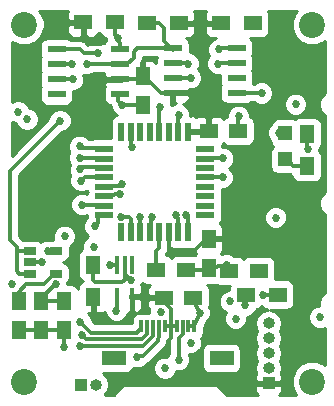
<source format=gtl>
G04 #@! TF.FileFunction,Copper,L1,Top,Signal*
%FSLAX46Y46*%
G04 Gerber Fmt 4.6, Leading zero omitted, Abs format (unit mm)*
G04 Created by KiCad (PCBNEW 4.0.5) date 02/14/18 20:32:28*
%MOMM*%
%LPD*%
G01*
G04 APERTURE LIST*
%ADD10C,0.100000*%
%ADD11R,0.300000X1.000000*%
%ADD12R,2.000000X1.300000*%
%ADD13R,1.500000X1.250000*%
%ADD14R,1.250000X1.500000*%
%ADD15R,1.000000X1.000000*%
%ADD16O,1.000000X1.000000*%
%ADD17R,1.500000X1.300000*%
%ADD18R,1.300000X1.500000*%
%ADD19R,1.060000X0.650000*%
%ADD20R,1.600000X0.550000*%
%ADD21R,0.550000X1.600000*%
%ADD22R,1.550000X0.600000*%
%ADD23R,0.400000X1.500000*%
%ADD24C,2.200000*%
%ADD25R,1.200000X1.200000*%
%ADD26C,0.685800*%
%ADD27C,0.300000*%
%ADD28C,0.152400*%
%ADD29C,0.254000*%
G04 APERTURE END LIST*
D10*
D11*
X115050000Y-81923000D03*
X114550000Y-81923000D03*
X114050000Y-81923000D03*
X113550000Y-81923000D03*
X113050000Y-81923000D03*
X115550000Y-81923000D03*
X116050000Y-81923000D03*
X116550000Y-81923000D03*
X117050000Y-81923000D03*
X117550000Y-81923000D03*
D12*
X110750000Y-84623000D03*
X119850000Y-84623000D03*
D13*
X118765000Y-65405000D03*
X121265000Y-65405000D03*
D14*
X118745000Y-74505500D03*
X118745000Y-77005500D03*
D13*
X114320000Y-77152500D03*
X116820000Y-77152500D03*
X122979500Y-77216000D03*
X120479500Y-77216000D03*
D14*
X102679500Y-82276000D03*
X102679500Y-79776000D03*
X106489500Y-79776000D03*
X106489500Y-82276000D03*
X113157000Y-63226000D03*
X113157000Y-60726000D03*
D13*
X114955000Y-79502000D03*
X117455000Y-79502000D03*
D14*
X104584500Y-79776000D03*
X104584500Y-82276000D03*
D15*
X123825000Y-86741000D03*
D16*
X123825000Y-85471000D03*
X123825000Y-84201000D03*
X123825000Y-82931000D03*
X123825000Y-81661000D03*
D17*
X124603500Y-79248000D03*
X121903500Y-79248000D03*
X116221500Y-56261000D03*
X113521500Y-56261000D03*
X108124000Y-56197500D03*
X110824000Y-56197500D03*
D18*
X108966000Y-79455000D03*
X108966000Y-76755000D03*
D19*
X103611500Y-75567500D03*
X103611500Y-76517500D03*
X103611500Y-77467500D03*
X105811500Y-77467500D03*
X105811500Y-75567500D03*
D20*
X118423000Y-72523000D03*
X118423000Y-71723000D03*
X118423000Y-70923000D03*
X118423000Y-70123000D03*
X118423000Y-69323000D03*
X118423000Y-68523000D03*
X118423000Y-67723000D03*
X118423000Y-66923000D03*
D21*
X116973000Y-65473000D03*
X116173000Y-65473000D03*
X115373000Y-65473000D03*
X114573000Y-65473000D03*
X113773000Y-65473000D03*
X112973000Y-65473000D03*
X112173000Y-65473000D03*
X111373000Y-65473000D03*
D20*
X109923000Y-66923000D03*
X109923000Y-67723000D03*
X109923000Y-68523000D03*
X109923000Y-69323000D03*
X109923000Y-70123000D03*
X109923000Y-70923000D03*
X109923000Y-71723000D03*
X109923000Y-72523000D03*
D21*
X111373000Y-73973000D03*
X112173000Y-73973000D03*
X112973000Y-73973000D03*
X113773000Y-73973000D03*
X114573000Y-73973000D03*
X115373000Y-73973000D03*
X116173000Y-73973000D03*
X116973000Y-73973000D03*
D22*
X105885000Y-58483500D03*
X105885000Y-59753500D03*
X105885000Y-61023500D03*
X105885000Y-62293500D03*
X111285000Y-62293500D03*
X111285000Y-61023500D03*
X111285000Y-59753500D03*
X111285000Y-58483500D03*
X121127500Y-62166500D03*
X121127500Y-60896500D03*
X121127500Y-59626500D03*
X121127500Y-58356500D03*
X115727500Y-58356500D03*
X115727500Y-59626500D03*
X115727500Y-60896500D03*
X115727500Y-62166500D03*
D23*
X112283000Y-76775000D03*
X111633000Y-76775000D03*
X110983000Y-76775000D03*
X110983000Y-79435000D03*
X112283000Y-79435000D03*
D18*
X127063500Y-68342500D03*
X127063500Y-65642500D03*
D17*
X119808000Y-56261000D03*
X122508000Y-56261000D03*
D24*
X103124000Y-86614000D03*
X127508000Y-56388000D03*
X127508000Y-86614000D03*
X103124000Y-56388000D03*
D25*
X125222000Y-65575000D03*
X125222000Y-67775000D03*
D15*
X107950000Y-86868000D03*
D16*
X109220000Y-86868000D03*
D26*
X113919000Y-72644000D03*
X116205000Y-64008000D03*
X121285000Y-64135000D03*
X119507000Y-59690000D03*
X107188000Y-59753500D03*
X127127000Y-66929000D03*
X120269000Y-76708000D03*
X104648000Y-76454000D03*
X110426500Y-76771500D03*
X117983000Y-80772000D03*
X111442500Y-63182500D03*
X119634000Y-58483500D03*
X106489500Y-83693000D03*
X122999500Y-77216000D03*
X121856500Y-80137000D03*
X111315500Y-72644000D03*
X115062000Y-85471000D03*
X106172000Y-64516000D03*
X109093000Y-73469500D03*
X102616000Y-63754000D03*
X108013500Y-71628000D03*
X103378000Y-64389000D03*
X110947200Y-80594200D03*
X112712500Y-84518500D03*
X111252000Y-70739000D03*
X106553000Y-74295000D03*
X107823000Y-83566000D03*
X108013500Y-82677000D03*
X109029500Y-75184000D03*
X107886500Y-68643500D03*
X107950000Y-69596000D03*
X107886500Y-81534000D03*
X112903000Y-72644000D03*
X116205000Y-84772500D03*
X121031000Y-81280000D03*
X123317000Y-79248000D03*
X102108000Y-78359000D03*
X108458000Y-59690000D03*
X107823000Y-66675000D03*
X107823000Y-67691000D03*
X111061500Y-57531000D03*
X117030500Y-59690000D03*
X117221000Y-60896500D03*
X120586500Y-79819500D03*
X112141000Y-78041500D03*
X112268000Y-66738500D03*
X126111000Y-63119000D03*
X124434600Y-72720200D03*
X119938800Y-69316600D03*
X128143000Y-81153000D03*
X111379000Y-69850000D03*
X107251500Y-61023500D03*
X114630200Y-63322200D03*
X119951500Y-67691000D03*
X124714000Y-65532000D03*
X123240800Y-62179200D03*
X109347000Y-58801000D03*
X122682000Y-56134000D03*
X114681000Y-80708500D03*
X105791000Y-78359000D03*
X105156000Y-75565000D03*
X117246400Y-83312000D03*
X116840000Y-72517000D03*
X115951000Y-72517000D03*
D27*
X118745000Y-74505500D02*
X118534500Y-74505500D01*
X118534500Y-74505500D02*
X117475000Y-75565000D01*
X115373000Y-75495000D02*
X115373000Y-73973000D01*
X115443000Y-75565000D02*
X115373000Y-75495000D01*
X117475000Y-75565000D02*
X115443000Y-75565000D01*
X116973000Y-65473000D02*
X118697000Y-65473000D01*
X118697000Y-65473000D02*
X118765000Y-65405000D01*
X115550000Y-81923000D02*
X115550000Y-82951000D01*
X115550000Y-82951000D02*
X115316000Y-83185000D01*
X114955000Y-79502000D02*
X114955000Y-79903000D01*
X114955000Y-79903000D02*
X115550000Y-80498000D01*
X115550000Y-80498000D02*
X115550000Y-81923000D01*
X108966000Y-79455000D02*
X108919000Y-79455000D01*
X118745000Y-74505500D02*
X119781000Y-74505500D01*
X119781000Y-74505500D02*
X120269000Y-74993500D01*
X115727500Y-62166500D02*
X114744500Y-62166500D01*
X114744500Y-62166500D02*
X113304000Y-60726000D01*
X113304000Y-60726000D02*
X113157000Y-60726000D01*
X111094500Y-61023500D02*
X112669000Y-61023500D01*
X112669000Y-61023500D02*
X112966500Y-60726000D01*
X116050000Y-81923000D02*
X115550000Y-81923000D01*
X115050000Y-81923000D02*
X115550000Y-81923000D01*
X108124000Y-56197500D02*
X108124000Y-57070000D01*
X108458000Y-57404000D02*
X108458000Y-58039000D01*
X108124000Y-57070000D02*
X108458000Y-57404000D01*
X108458000Y-58039000D02*
X108521500Y-58102500D01*
X108458000Y-58039000D02*
X109601000Y-58039000D01*
X113773000Y-73973000D02*
X113900000Y-72663000D01*
X113900000Y-72663000D02*
X113919000Y-72644000D01*
X116173000Y-65473000D02*
X116173000Y-64040000D01*
X116173000Y-64040000D02*
X116205000Y-64008000D01*
X121265000Y-65405000D02*
X121265000Y-64155000D01*
X121265000Y-64155000D02*
X121285000Y-64135000D01*
X121127500Y-59626500D02*
X119570500Y-59626500D01*
X119570500Y-59626500D02*
X119507000Y-59690000D01*
X127063500Y-65642500D02*
X127063500Y-66865500D01*
X127063500Y-66865500D02*
X127127000Y-66929000D01*
X120225500Y-76751500D02*
X120269000Y-76708000D01*
X120225500Y-76751500D02*
X118745000Y-77005500D01*
X103611500Y-76517500D02*
X104584500Y-76517500D01*
X104584500Y-76517500D02*
X104648000Y-76454000D01*
X110983000Y-76775000D02*
X110411500Y-76756500D01*
X110411500Y-76756500D02*
X110426500Y-76771500D01*
X116820000Y-77152500D02*
X118598000Y-77152500D01*
X118598000Y-77152500D02*
X118745000Y-77005500D01*
X117455000Y-79502000D02*
X117899500Y-80688500D01*
X117994500Y-80783500D02*
X117983000Y-80772000D01*
X117994500Y-80783500D02*
X117550000Y-81923000D01*
X117899500Y-80688500D02*
X117983000Y-80772000D01*
X117050000Y-81923000D02*
X117550000Y-81923000D01*
X111094500Y-62293500D02*
X111094500Y-62834500D01*
X111486000Y-63226000D02*
X111442500Y-63182500D01*
X111486000Y-63226000D02*
X112966500Y-63226000D01*
X111094500Y-62834500D02*
X111442500Y-63182500D01*
X105694500Y-59753500D02*
X107188000Y-59753500D01*
X121127500Y-58356500D02*
X119761000Y-58356500D01*
X119761000Y-58356500D02*
X119634000Y-58483500D01*
X102679500Y-82276000D02*
X104584500Y-82276000D01*
X104584500Y-82276000D02*
X106489500Y-82276000D01*
X106489500Y-82276000D02*
X106489500Y-83693000D01*
X114573000Y-73973000D02*
X114573000Y-75292000D01*
X114320000Y-75545000D02*
X114320000Y-77152500D01*
X114573000Y-75292000D02*
X114320000Y-75545000D01*
X114065000Y-76897500D02*
X114320000Y-77152500D01*
X112173000Y-73973000D02*
X112173000Y-72803000D01*
X112014000Y-72644000D02*
X111315500Y-72644000D01*
X112173000Y-72803000D02*
X112014000Y-72644000D01*
X122999500Y-77216000D02*
X122979500Y-77216000D01*
X121903500Y-79248000D02*
X121903500Y-80090000D01*
X121903500Y-80090000D02*
X121856500Y-80137000D01*
X105811500Y-77467500D02*
X105666500Y-77467500D01*
X105666500Y-77467500D02*
X104775000Y-78359000D01*
X104775000Y-78359000D02*
X103314500Y-78359000D01*
X103314500Y-78359000D02*
X102679500Y-78994000D01*
X102679500Y-78994000D02*
X102679500Y-79776000D01*
X101917500Y-74612500D02*
X102489000Y-75184000D01*
X102489000Y-75184000D02*
X102489000Y-75755500D01*
X101917500Y-68770500D02*
X101917500Y-74612500D01*
X106172000Y-64516000D02*
X101917500Y-68770500D01*
X103611500Y-75567500D02*
X102677000Y-75567500D01*
X102677000Y-77467500D02*
X103611500Y-77467500D01*
X102489000Y-77279500D02*
X102677000Y-77467500D01*
X102489000Y-75755500D02*
X102489000Y-77279500D01*
X102677000Y-75567500D02*
X102489000Y-75755500D01*
X109415000Y-73147500D02*
X109093000Y-73469500D01*
X109415000Y-72459500D02*
X109415000Y-73147500D01*
X108045000Y-71659500D02*
X108013500Y-71628000D01*
X109415000Y-71659500D02*
X108045000Y-71659500D01*
X114550000Y-82681000D02*
X114427000Y-83185000D01*
X110983000Y-79435000D02*
X110995700Y-80545700D01*
X110947200Y-80594200D02*
X110995700Y-80545700D01*
X114550000Y-82681000D02*
X114550000Y-81923000D01*
X113157000Y-84455000D02*
X112712500Y-84518500D01*
X114427000Y-83185000D02*
X113157000Y-84455000D01*
X114050000Y-81923000D02*
X114050000Y-82736500D01*
X111245500Y-70732500D02*
X109415000Y-70859500D01*
X111252000Y-70739000D02*
X111245500Y-70732500D01*
X113220500Y-83566000D02*
X107823000Y-83566000D01*
X114050000Y-82736500D02*
X113220500Y-83566000D01*
X113550000Y-82588800D02*
X113550000Y-81923000D01*
X108381800Y-83045300D02*
X108013500Y-82677000D01*
X113093500Y-83045300D02*
X108381800Y-83045300D01*
X113550000Y-82588800D02*
X113093500Y-83045300D01*
X108070500Y-68459500D02*
X109415000Y-68459500D01*
X107886500Y-68643500D02*
X108070500Y-68459500D01*
X113050000Y-81923000D02*
X113050000Y-82072800D01*
X113050000Y-82072800D02*
X112649000Y-82473800D01*
X112649000Y-82473800D02*
X108826300Y-82473800D01*
X108286500Y-69259500D02*
X109415000Y-69259500D01*
X108286500Y-69259500D02*
X107950000Y-69596000D01*
X108826300Y-82473800D02*
X107886500Y-81534000D01*
X112973000Y-73973000D02*
X112973000Y-72714000D01*
X116205000Y-82931000D02*
X116205000Y-84772500D01*
X116550000Y-82586000D02*
X116205000Y-82931000D01*
X116550000Y-82586000D02*
X116550000Y-81923000D01*
X112973000Y-72714000D02*
X112903000Y-72644000D01*
X123317000Y-79248000D02*
X124603500Y-79248000D01*
X111031000Y-59690000D02*
X108839000Y-59690000D01*
X108458000Y-59690000D02*
X108839000Y-59690000D01*
X108007500Y-66859500D02*
X107823000Y-66675000D01*
X108007500Y-66859500D02*
X109415000Y-66859500D01*
D28*
X111031000Y-59690000D02*
X111094500Y-59753500D01*
X109415000Y-66859500D02*
X108833000Y-66859500D01*
X110967500Y-59880500D02*
X111094500Y-59753500D01*
X111094500Y-59753500D02*
X111823500Y-59753500D01*
D27*
X111823500Y-59753500D02*
X112395000Y-59182000D01*
X112712500Y-58356500D02*
X115727500Y-58356500D01*
X112395000Y-58674000D02*
X112712500Y-58356500D01*
X112395000Y-59182000D02*
X112395000Y-58674000D01*
D28*
X115727500Y-58356500D02*
X115727500Y-58539400D01*
D27*
X115727500Y-58539400D02*
X114935000Y-57746900D01*
X114935000Y-57746900D02*
X114935000Y-56642000D01*
X114935000Y-56642000D02*
X114554000Y-56261000D01*
X114554000Y-56261000D02*
X113521500Y-56261000D01*
X109415000Y-67659500D02*
X107854500Y-67659500D01*
X107854500Y-67659500D02*
X107823000Y-67691000D01*
X110824000Y-56197500D02*
X110824000Y-57293500D01*
X110824000Y-57293500D02*
X111061500Y-57531000D01*
X110824000Y-56197500D02*
X111188500Y-56197500D01*
X111285000Y-58483500D02*
X111285000Y-57942500D01*
X111285000Y-57942500D02*
X111061500Y-57719000D01*
X111061500Y-57719000D02*
X111061500Y-57531000D01*
X116967000Y-59626500D02*
X115727500Y-59626500D01*
X117030500Y-59690000D02*
X116967000Y-59626500D01*
X115727500Y-60896500D02*
X117221000Y-60896500D01*
X112141000Y-78041500D02*
X111633000Y-77533500D01*
X111633000Y-77533500D02*
X111633000Y-76775000D01*
X108966000Y-76755000D02*
X108966000Y-77978000D01*
X108966000Y-77978000D02*
X109156500Y-78168500D01*
X109156500Y-78168500D02*
X111442500Y-78168500D01*
X111442500Y-78168500D02*
X111633000Y-77978000D01*
X111633000Y-77978000D02*
X111633000Y-76775000D01*
X112173000Y-65473000D02*
X112173000Y-66643500D01*
X112173000Y-66643500D02*
X112268000Y-66738500D01*
X112173000Y-66643500D02*
X112268000Y-66738500D01*
X117915000Y-69259500D02*
X119881700Y-69259500D01*
X119881700Y-69259500D02*
X119938800Y-69316600D01*
X111169500Y-70059500D02*
X109415000Y-70059500D01*
X111169500Y-70059500D02*
X111379000Y-69850000D01*
X114573000Y-65473000D02*
X114573000Y-63379400D01*
X114573000Y-63379400D02*
X114630200Y-63322200D01*
X105885000Y-61023500D02*
X107251500Y-61023500D01*
X114630200Y-63322200D02*
X114579400Y-63373000D01*
X117915000Y-67659500D02*
X119920000Y-67659500D01*
X119920000Y-67659500D02*
X119951500Y-67691000D01*
X124714000Y-65532000D02*
X124734500Y-65511500D01*
D28*
X124734500Y-65511500D02*
X124777500Y-65511500D01*
D27*
X125158500Y-67711500D02*
X125306000Y-67711500D01*
X125306000Y-67711500D02*
X125937000Y-68342500D01*
X125937000Y-68342500D02*
X127063500Y-68342500D01*
X107886500Y-58483500D02*
X108204000Y-58801000D01*
X108204000Y-58801000D02*
X109347000Y-58801000D01*
X105885000Y-58483500D02*
X107886500Y-58483500D01*
X122682000Y-56134000D02*
X122635000Y-56134000D01*
X123228100Y-62166500D02*
X121127500Y-62166500D01*
X123240800Y-62179200D02*
X123228100Y-62166500D01*
X105811500Y-75567500D02*
X105158500Y-75567500D01*
X105791000Y-78359000D02*
X104584500Y-79565500D01*
X105158500Y-75567500D02*
X105156000Y-75565000D01*
X104584500Y-79565500D02*
X104584500Y-79776000D01*
X104584500Y-79776000D02*
X104882000Y-79776000D01*
X104584500Y-79776000D02*
X106489500Y-79776000D01*
X106489500Y-79776000D02*
X106489500Y-79438500D01*
X106810500Y-79455000D02*
X106489500Y-79776000D01*
X116973000Y-73973000D02*
X116973000Y-72650000D01*
X116973000Y-72650000D02*
X116840000Y-72517000D01*
X116173000Y-73973000D02*
X116173000Y-72739000D01*
X116173000Y-72739000D02*
X115951000Y-72517000D01*
D29*
G36*
X118519673Y-55251301D02*
X118423000Y-55484690D01*
X118423000Y-55975250D01*
X118581750Y-56134000D01*
X119681000Y-56134000D01*
X119681000Y-56114000D01*
X119935000Y-56114000D01*
X119935000Y-56134000D01*
X119955000Y-56134000D01*
X119955000Y-56388000D01*
X119935000Y-56388000D01*
X119935000Y-56408000D01*
X119681000Y-56408000D01*
X119681000Y-56388000D01*
X118581750Y-56388000D01*
X118423000Y-56546750D01*
X118423000Y-57037310D01*
X118519673Y-57270699D01*
X118698302Y-57449327D01*
X118931691Y-57546000D01*
X119342152Y-57546000D01*
X119080788Y-57653993D01*
X118805460Y-57928841D01*
X118656270Y-58288130D01*
X118655931Y-58677163D01*
X118796541Y-59017466D01*
X118678460Y-59135341D01*
X118529270Y-59494630D01*
X118528931Y-59883663D01*
X118677493Y-60243212D01*
X118952341Y-60518540D01*
X119311630Y-60667730D01*
X119700663Y-60668069D01*
X119705060Y-60666252D01*
X119705060Y-61196500D01*
X119749338Y-61431817D01*
X119813178Y-61531028D01*
X119756069Y-61614610D01*
X119705060Y-61866500D01*
X119705060Y-62466500D01*
X119749338Y-62701817D01*
X119888410Y-62917941D01*
X120100610Y-63062931D01*
X120352500Y-63113940D01*
X121902500Y-63113940D01*
X122137817Y-63069662D01*
X122321446Y-62951500D01*
X122629999Y-62951500D01*
X122686141Y-63007740D01*
X123045430Y-63156930D01*
X123434463Y-63157269D01*
X123794012Y-63008707D01*
X124069340Y-62733859D01*
X124218530Y-62374570D01*
X124218869Y-61985537D01*
X124070307Y-61625988D01*
X123795459Y-61350660D01*
X123436170Y-61201470D01*
X123047137Y-61201131D01*
X122687588Y-61349693D01*
X122655725Y-61381500D01*
X122512477Y-61381500D01*
X122549940Y-61196500D01*
X122549940Y-60596500D01*
X122505662Y-60361183D01*
X122441822Y-60261972D01*
X122498931Y-60178390D01*
X122549940Y-59926500D01*
X122549940Y-59326500D01*
X122505662Y-59091183D01*
X122441822Y-58991972D01*
X122498931Y-58908390D01*
X122549940Y-58656500D01*
X122549940Y-58056500D01*
X122505662Y-57821183D01*
X122366590Y-57605059D01*
X122298361Y-57558440D01*
X123258000Y-57558440D01*
X123493317Y-57514162D01*
X123709441Y-57375090D01*
X123854431Y-57162890D01*
X123905440Y-56911000D01*
X123905440Y-55611000D01*
X123861162Y-55375683D01*
X123777070Y-55245000D01*
X126197192Y-55245000D01*
X126037996Y-55403918D01*
X125773301Y-56041373D01*
X125772699Y-56731599D01*
X126036281Y-57369515D01*
X126523918Y-57858004D01*
X127161373Y-58122699D01*
X127851599Y-58123301D01*
X128489515Y-57859719D01*
X128574689Y-57774694D01*
X128574315Y-62193767D01*
X128292355Y-62475235D01*
X128119197Y-62892244D01*
X128118803Y-63343775D01*
X128291233Y-63761086D01*
X128574158Y-64044505D01*
X128573604Y-70576476D01*
X128292355Y-70857235D01*
X128119197Y-71274244D01*
X128118803Y-71725775D01*
X128291233Y-72143086D01*
X128573448Y-72425793D01*
X128572883Y-79086196D01*
X128292355Y-79366235D01*
X128119197Y-79783244D01*
X128118855Y-80175079D01*
X127949337Y-80174931D01*
X127589788Y-80323493D01*
X127314460Y-80598341D01*
X127165270Y-80957630D01*
X127164931Y-81346663D01*
X127313493Y-81706212D01*
X127588341Y-81981540D01*
X127947630Y-82130730D01*
X128336663Y-82131069D01*
X128572634Y-82033568D01*
X128572363Y-85224418D01*
X128492082Y-85143996D01*
X127854627Y-84879301D01*
X127164401Y-84878699D01*
X126526485Y-85142281D01*
X126037996Y-85629918D01*
X125773301Y-86267373D01*
X125772699Y-86957599D01*
X126036281Y-87595515D01*
X126172129Y-87731600D01*
X124732425Y-87731600D01*
X124863327Y-87600699D01*
X124960000Y-87367310D01*
X124960000Y-87026750D01*
X124801250Y-86868000D01*
X123952000Y-86868000D01*
X123952000Y-86888000D01*
X123698000Y-86888000D01*
X123698000Y-86868000D01*
X122848750Y-86868000D01*
X122690000Y-87026750D01*
X122690000Y-87367310D01*
X122786673Y-87600699D01*
X122917575Y-87731600D01*
X120332494Y-87731600D01*
X119653568Y-87080167D01*
X119534774Y-87004294D01*
X119417605Y-86926004D01*
X119409749Y-86924441D01*
X119402997Y-86920129D01*
X119264230Y-86895496D01*
X119126000Y-86868000D01*
X111912400Y-86868000D01*
X111894033Y-86871654D01*
X111874517Y-86868103D01*
X111583902Y-86930875D01*
X111339430Y-87100084D01*
X110728274Y-87731600D01*
X109964501Y-87731600D01*
X110022566Y-87692802D01*
X110268603Y-87324582D01*
X110355000Y-86890236D01*
X110355000Y-86845764D01*
X110268603Y-86411418D01*
X110022566Y-86043198D01*
X109838846Y-85920440D01*
X111750000Y-85920440D01*
X111985317Y-85876162D01*
X112201441Y-85737090D01*
X112346431Y-85524890D01*
X112365025Y-85433070D01*
X112517130Y-85496230D01*
X112906163Y-85496569D01*
X113265712Y-85348007D01*
X113427884Y-85186117D01*
X113457407Y-85180245D01*
X113504044Y-85149083D01*
X113556952Y-85130472D01*
X113630234Y-85064766D01*
X113712079Y-85010079D01*
X114982079Y-83740079D01*
X115015723Y-83689727D01*
X115060344Y-83648789D01*
X115100019Y-83563568D01*
X115152245Y-83485407D01*
X115164059Y-83426015D01*
X115189618Y-83371115D01*
X115266736Y-83055119D01*
X115273691Y-83058000D01*
X115326309Y-83058000D01*
X115420000Y-83019192D01*
X115420000Y-84174377D01*
X115376460Y-84217841D01*
X115261397Y-84494942D01*
X115257370Y-84493270D01*
X114868337Y-84492931D01*
X114508788Y-84641493D01*
X114233460Y-84916341D01*
X114084270Y-85275630D01*
X114083931Y-85664663D01*
X114232493Y-86024212D01*
X114507341Y-86299540D01*
X114866630Y-86448730D01*
X115255663Y-86449069D01*
X115615212Y-86300507D01*
X115890540Y-86025659D01*
X116005603Y-85748558D01*
X116009630Y-85750230D01*
X116398663Y-85750569D01*
X116758212Y-85602007D01*
X117033540Y-85327159D01*
X117182730Y-84967870D01*
X117183069Y-84578837D01*
X117063617Y-84289741D01*
X117440063Y-84290069D01*
X117799612Y-84141507D01*
X117968413Y-83973000D01*
X118202560Y-83973000D01*
X118202560Y-85273000D01*
X118246838Y-85508317D01*
X118385910Y-85724441D01*
X118598110Y-85869431D01*
X118850000Y-85920440D01*
X120850000Y-85920440D01*
X121085317Y-85876162D01*
X121301441Y-85737090D01*
X121446431Y-85524890D01*
X121497440Y-85273000D01*
X121497440Y-83973000D01*
X121453162Y-83737683D01*
X121314090Y-83521559D01*
X121101890Y-83376569D01*
X120850000Y-83325560D01*
X118850000Y-83325560D01*
X118614683Y-83369838D01*
X118398559Y-83508910D01*
X118253569Y-83721110D01*
X118202560Y-83973000D01*
X117968413Y-83973000D01*
X118074940Y-83866659D01*
X118224130Y-83507370D01*
X118224469Y-83118337D01*
X118133650Y-82898538D01*
X118151441Y-82887090D01*
X118296431Y-82674890D01*
X118347440Y-82423000D01*
X118347440Y-82038797D01*
X118514524Y-81610468D01*
X118536212Y-81601507D01*
X118811540Y-81326659D01*
X118960730Y-80967370D01*
X118961069Y-80578337D01*
X118826832Y-80253457D01*
X118852440Y-80127000D01*
X118852440Y-78877000D01*
X118808162Y-78641683D01*
X118669090Y-78425559D01*
X118635986Y-78402940D01*
X119370000Y-78402940D01*
X119414795Y-78394511D01*
X119477610Y-78437431D01*
X119729500Y-78488440D01*
X120528246Y-78488440D01*
X120506060Y-78598000D01*
X120506060Y-78841530D01*
X120392837Y-78841431D01*
X120033288Y-78989993D01*
X119757960Y-79264841D01*
X119608770Y-79624130D01*
X119608431Y-80013163D01*
X119756993Y-80372712D01*
X120031841Y-80648040D01*
X120207026Y-80720783D01*
X120202460Y-80725341D01*
X120053270Y-81084630D01*
X120052931Y-81473663D01*
X120201493Y-81833212D01*
X120476341Y-82108540D01*
X120835630Y-82257730D01*
X121224663Y-82258069D01*
X121584212Y-82109507D01*
X121859540Y-81834659D01*
X122008730Y-81475370D01*
X122009044Y-81115033D01*
X122050163Y-81115069D01*
X122409712Y-80966507D01*
X122685040Y-80691659D01*
X122753575Y-80526610D01*
X122888817Y-80501162D01*
X123104941Y-80362090D01*
X123198066Y-80225797D01*
X123309910Y-80225894D01*
X123389410Y-80349441D01*
X123601610Y-80494431D01*
X123779931Y-80530542D01*
X123368418Y-80612397D01*
X123000198Y-80858434D01*
X122754161Y-81226654D01*
X122667764Y-81661000D01*
X122754161Y-82095346D01*
X122888234Y-82296000D01*
X122754161Y-82496654D01*
X122667764Y-82931000D01*
X122754161Y-83365346D01*
X122888234Y-83566000D01*
X122754161Y-83766654D01*
X122667764Y-84201000D01*
X122754161Y-84635346D01*
X122888234Y-84836000D01*
X122754161Y-85036654D01*
X122667764Y-85471000D01*
X122754161Y-85905346D01*
X122768083Y-85926182D01*
X122690000Y-86114690D01*
X122690000Y-86455250D01*
X122848750Y-86614000D01*
X123698000Y-86614000D01*
X123698000Y-86594000D01*
X123742436Y-86594000D01*
X123802764Y-86606000D01*
X123847236Y-86606000D01*
X123907564Y-86594000D01*
X123952000Y-86594000D01*
X123952000Y-86614000D01*
X124801250Y-86614000D01*
X124960000Y-86455250D01*
X124960000Y-86114690D01*
X124881917Y-85926182D01*
X124895839Y-85905346D01*
X124982236Y-85471000D01*
X124895839Y-85036654D01*
X124761766Y-84836000D01*
X124895839Y-84635346D01*
X124982236Y-84201000D01*
X124895839Y-83766654D01*
X124761766Y-83566000D01*
X124895839Y-83365346D01*
X124982236Y-82931000D01*
X124895839Y-82496654D01*
X124761766Y-82296000D01*
X124895839Y-82095346D01*
X124982236Y-81661000D01*
X124895839Y-81226654D01*
X124649802Y-80858434D01*
X124281582Y-80612397D01*
X123944967Y-80545440D01*
X125353500Y-80545440D01*
X125588817Y-80501162D01*
X125804941Y-80362090D01*
X125949931Y-80149890D01*
X126000940Y-79898000D01*
X126000940Y-78598000D01*
X125956662Y-78362683D01*
X125817590Y-78146559D01*
X125605390Y-78001569D01*
X125353500Y-77950560D01*
X124354754Y-77950560D01*
X124376940Y-77841000D01*
X124376940Y-76591000D01*
X124332662Y-76355683D01*
X124193590Y-76139559D01*
X123981390Y-75994569D01*
X123729500Y-75943560D01*
X122229500Y-75943560D01*
X121994183Y-75987838D01*
X121778059Y-76126910D01*
X121730366Y-76196711D01*
X121693590Y-76139559D01*
X121481390Y-75994569D01*
X121229500Y-75943560D01*
X120887647Y-75943560D01*
X120823659Y-75879460D01*
X120464370Y-75730270D01*
X120075337Y-75729931D01*
X119847079Y-75824245D01*
X119834090Y-75804059D01*
X119765994Y-75757531D01*
X119908327Y-75615198D01*
X120005000Y-75381809D01*
X120005000Y-74791250D01*
X119846250Y-74632500D01*
X118872000Y-74632500D01*
X118872000Y-74652500D01*
X118618000Y-74652500D01*
X118618000Y-74632500D01*
X118598000Y-74632500D01*
X118598000Y-74378500D01*
X118618000Y-74378500D01*
X118618000Y-74358500D01*
X118872000Y-74358500D01*
X118872000Y-74378500D01*
X119846250Y-74378500D01*
X120005000Y-74219750D01*
X120005000Y-73629191D01*
X119908327Y-73395802D01*
X119729699Y-73217173D01*
X119710551Y-73209242D01*
X119819431Y-73049890D01*
X119846977Y-72913863D01*
X123456531Y-72913863D01*
X123605093Y-73273412D01*
X123879941Y-73548740D01*
X124239230Y-73697930D01*
X124628263Y-73698269D01*
X124987812Y-73549707D01*
X125263140Y-73274859D01*
X125412330Y-72915570D01*
X125412669Y-72526537D01*
X125264107Y-72166988D01*
X124989259Y-71891660D01*
X124629970Y-71742470D01*
X124240937Y-71742131D01*
X123881388Y-71890693D01*
X123606060Y-72165541D01*
X123456870Y-72524830D01*
X123456531Y-72913863D01*
X119846977Y-72913863D01*
X119870440Y-72798000D01*
X119870440Y-72248000D01*
X119846056Y-72118411D01*
X119870440Y-71998000D01*
X119870440Y-71448000D01*
X119846056Y-71318411D01*
X119870440Y-71198000D01*
X119870440Y-70648000D01*
X119846056Y-70518411D01*
X119870440Y-70398000D01*
X119870440Y-70294441D01*
X120132463Y-70294669D01*
X120492012Y-70146107D01*
X120767340Y-69871259D01*
X120916530Y-69511970D01*
X120916869Y-69122937D01*
X120768307Y-68763388D01*
X120515299Y-68509938D01*
X120780040Y-68245659D01*
X120929230Y-67886370D01*
X120929569Y-67497337D01*
X120781007Y-67137788D01*
X120506159Y-66862460D01*
X120146870Y-66713270D01*
X119870440Y-66713029D01*
X119870440Y-66648000D01*
X119856840Y-66575724D01*
X119874698Y-66568327D01*
X120015936Y-66427090D01*
X120050910Y-66481441D01*
X120263110Y-66626431D01*
X120515000Y-66677440D01*
X122015000Y-66677440D01*
X122250317Y-66633162D01*
X122466441Y-66494090D01*
X122611431Y-66281890D01*
X122662440Y-66030000D01*
X122662440Y-65725663D01*
X123735931Y-65725663D01*
X123884493Y-66085212D01*
X123974661Y-66175538D01*
X124018838Y-66410317D01*
X124157910Y-66626441D01*
X124227711Y-66674134D01*
X124170559Y-66710910D01*
X124025569Y-66923110D01*
X123974560Y-67175000D01*
X123974560Y-68375000D01*
X124018838Y-68610317D01*
X124157910Y-68826441D01*
X124370110Y-68971431D01*
X124622000Y-69022440D01*
X125568790Y-69022440D01*
X125636594Y-69067745D01*
X125766255Y-69093536D01*
X125810338Y-69327817D01*
X125949410Y-69543941D01*
X126161610Y-69688931D01*
X126413500Y-69739940D01*
X127713500Y-69739940D01*
X127948817Y-69695662D01*
X128164941Y-69556590D01*
X128309931Y-69344390D01*
X128360940Y-69092500D01*
X128360940Y-67592500D01*
X128316662Y-67357183D01*
X128177590Y-67141059D01*
X128104759Y-67091296D01*
X128104930Y-66895206D01*
X128164941Y-66856590D01*
X128309931Y-66644390D01*
X128360940Y-66392500D01*
X128360940Y-64892500D01*
X128316662Y-64657183D01*
X128177590Y-64441059D01*
X127965390Y-64296069D01*
X127713500Y-64245060D01*
X126413500Y-64245060D01*
X126178183Y-64289338D01*
X126047743Y-64373274D01*
X125822000Y-64327560D01*
X124622000Y-64327560D01*
X124386683Y-64371838D01*
X124170559Y-64510910D01*
X124025569Y-64723110D01*
X123996541Y-64866453D01*
X123885460Y-64977341D01*
X123736270Y-65336630D01*
X123735931Y-65725663D01*
X122662440Y-65725663D01*
X122662440Y-64780000D01*
X122618162Y-64544683D01*
X122479090Y-64328559D01*
X122266890Y-64183569D01*
X122262859Y-64182753D01*
X122263069Y-63941337D01*
X122114507Y-63581788D01*
X121845852Y-63312663D01*
X125132931Y-63312663D01*
X125281493Y-63672212D01*
X125556341Y-63947540D01*
X125915630Y-64096730D01*
X126304663Y-64097069D01*
X126664212Y-63948507D01*
X126939540Y-63673659D01*
X127088730Y-63314370D01*
X127089069Y-62925337D01*
X126940507Y-62565788D01*
X126665659Y-62290460D01*
X126306370Y-62141270D01*
X125917337Y-62140931D01*
X125557788Y-62289493D01*
X125282460Y-62564341D01*
X125133270Y-62923630D01*
X125132931Y-63312663D01*
X121845852Y-63312663D01*
X121839659Y-63306460D01*
X121480370Y-63157270D01*
X121091337Y-63156931D01*
X120731788Y-63305493D01*
X120456460Y-63580341D01*
X120307270Y-63939630D01*
X120307068Y-64171685D01*
X120279683Y-64176838D01*
X120063559Y-64315910D01*
X120017031Y-64384006D01*
X119874698Y-64241673D01*
X119641309Y-64145000D01*
X119050750Y-64145000D01*
X118892000Y-64303750D01*
X118892000Y-65278000D01*
X118912000Y-65278000D01*
X118912000Y-65532000D01*
X118892000Y-65532000D01*
X118892000Y-65552000D01*
X118638000Y-65552000D01*
X118638000Y-65532000D01*
X117538750Y-65532000D01*
X117470750Y-65600000D01*
X117100000Y-65600000D01*
X117100000Y-65620000D01*
X117095440Y-65620000D01*
X117095440Y-65326000D01*
X117100000Y-65326000D01*
X117100000Y-65346000D01*
X117724250Y-65346000D01*
X117792250Y-65278000D01*
X118638000Y-65278000D01*
X118638000Y-64303750D01*
X118479250Y-64145000D01*
X117888691Y-64145000D01*
X117697302Y-64224276D01*
X117607699Y-64134673D01*
X117374310Y-64038000D01*
X117258750Y-64038000D01*
X117182808Y-64113942D01*
X117183069Y-63814337D01*
X117034507Y-63454788D01*
X116759659Y-63179460D01*
X116571911Y-63101500D01*
X116628809Y-63101500D01*
X116862198Y-63004827D01*
X117040827Y-62826199D01*
X117137500Y-62592810D01*
X117137500Y-62452250D01*
X116978750Y-62293500D01*
X115854500Y-62293500D01*
X115854500Y-62942750D01*
X115962047Y-63050297D01*
X115651788Y-63178493D01*
X115608188Y-63222017D01*
X115608269Y-63128537D01*
X115551677Y-62991573D01*
X115600500Y-62942750D01*
X115600500Y-62293500D01*
X115580500Y-62293500D01*
X115580500Y-62039500D01*
X115600500Y-62039500D01*
X115600500Y-62019500D01*
X115854500Y-62019500D01*
X115854500Y-62039500D01*
X116978750Y-62039500D01*
X117137500Y-61880750D01*
X117137500Y-61874327D01*
X117414663Y-61874569D01*
X117774212Y-61726007D01*
X118049540Y-61451159D01*
X118198730Y-61091870D01*
X118199069Y-60702837D01*
X118050507Y-60343288D01*
X117886363Y-60178858D01*
X118008230Y-59885370D01*
X118008569Y-59496337D01*
X117860007Y-59136788D01*
X117585159Y-58861460D01*
X117225870Y-58712270D01*
X117138662Y-58712194D01*
X117149940Y-58656500D01*
X117149940Y-58056500D01*
X117105662Y-57821183D01*
X116966590Y-57605059D01*
X116880154Y-57546000D01*
X117097809Y-57546000D01*
X117331198Y-57449327D01*
X117509827Y-57270699D01*
X117606500Y-57037310D01*
X117606500Y-56546750D01*
X117447750Y-56388000D01*
X116348500Y-56388000D01*
X116348500Y-56408000D01*
X116094500Y-56408000D01*
X116094500Y-56388000D01*
X116074500Y-56388000D01*
X116074500Y-56134000D01*
X116094500Y-56134000D01*
X116094500Y-56114000D01*
X116348500Y-56114000D01*
X116348500Y-56134000D01*
X117447750Y-56134000D01*
X117606500Y-55975250D01*
X117606500Y-55484690D01*
X117509827Y-55251301D01*
X117503526Y-55245000D01*
X118525974Y-55245000D01*
X118519673Y-55251301D01*
X118519673Y-55251301D01*
G37*
X118519673Y-55251301D02*
X118423000Y-55484690D01*
X118423000Y-55975250D01*
X118581750Y-56134000D01*
X119681000Y-56134000D01*
X119681000Y-56114000D01*
X119935000Y-56114000D01*
X119935000Y-56134000D01*
X119955000Y-56134000D01*
X119955000Y-56388000D01*
X119935000Y-56388000D01*
X119935000Y-56408000D01*
X119681000Y-56408000D01*
X119681000Y-56388000D01*
X118581750Y-56388000D01*
X118423000Y-56546750D01*
X118423000Y-57037310D01*
X118519673Y-57270699D01*
X118698302Y-57449327D01*
X118931691Y-57546000D01*
X119342152Y-57546000D01*
X119080788Y-57653993D01*
X118805460Y-57928841D01*
X118656270Y-58288130D01*
X118655931Y-58677163D01*
X118796541Y-59017466D01*
X118678460Y-59135341D01*
X118529270Y-59494630D01*
X118528931Y-59883663D01*
X118677493Y-60243212D01*
X118952341Y-60518540D01*
X119311630Y-60667730D01*
X119700663Y-60668069D01*
X119705060Y-60666252D01*
X119705060Y-61196500D01*
X119749338Y-61431817D01*
X119813178Y-61531028D01*
X119756069Y-61614610D01*
X119705060Y-61866500D01*
X119705060Y-62466500D01*
X119749338Y-62701817D01*
X119888410Y-62917941D01*
X120100610Y-63062931D01*
X120352500Y-63113940D01*
X121902500Y-63113940D01*
X122137817Y-63069662D01*
X122321446Y-62951500D01*
X122629999Y-62951500D01*
X122686141Y-63007740D01*
X123045430Y-63156930D01*
X123434463Y-63157269D01*
X123794012Y-63008707D01*
X124069340Y-62733859D01*
X124218530Y-62374570D01*
X124218869Y-61985537D01*
X124070307Y-61625988D01*
X123795459Y-61350660D01*
X123436170Y-61201470D01*
X123047137Y-61201131D01*
X122687588Y-61349693D01*
X122655725Y-61381500D01*
X122512477Y-61381500D01*
X122549940Y-61196500D01*
X122549940Y-60596500D01*
X122505662Y-60361183D01*
X122441822Y-60261972D01*
X122498931Y-60178390D01*
X122549940Y-59926500D01*
X122549940Y-59326500D01*
X122505662Y-59091183D01*
X122441822Y-58991972D01*
X122498931Y-58908390D01*
X122549940Y-58656500D01*
X122549940Y-58056500D01*
X122505662Y-57821183D01*
X122366590Y-57605059D01*
X122298361Y-57558440D01*
X123258000Y-57558440D01*
X123493317Y-57514162D01*
X123709441Y-57375090D01*
X123854431Y-57162890D01*
X123905440Y-56911000D01*
X123905440Y-55611000D01*
X123861162Y-55375683D01*
X123777070Y-55245000D01*
X126197192Y-55245000D01*
X126037996Y-55403918D01*
X125773301Y-56041373D01*
X125772699Y-56731599D01*
X126036281Y-57369515D01*
X126523918Y-57858004D01*
X127161373Y-58122699D01*
X127851599Y-58123301D01*
X128489515Y-57859719D01*
X128574689Y-57774694D01*
X128574315Y-62193767D01*
X128292355Y-62475235D01*
X128119197Y-62892244D01*
X128118803Y-63343775D01*
X128291233Y-63761086D01*
X128574158Y-64044505D01*
X128573604Y-70576476D01*
X128292355Y-70857235D01*
X128119197Y-71274244D01*
X128118803Y-71725775D01*
X128291233Y-72143086D01*
X128573448Y-72425793D01*
X128572883Y-79086196D01*
X128292355Y-79366235D01*
X128119197Y-79783244D01*
X128118855Y-80175079D01*
X127949337Y-80174931D01*
X127589788Y-80323493D01*
X127314460Y-80598341D01*
X127165270Y-80957630D01*
X127164931Y-81346663D01*
X127313493Y-81706212D01*
X127588341Y-81981540D01*
X127947630Y-82130730D01*
X128336663Y-82131069D01*
X128572634Y-82033568D01*
X128572363Y-85224418D01*
X128492082Y-85143996D01*
X127854627Y-84879301D01*
X127164401Y-84878699D01*
X126526485Y-85142281D01*
X126037996Y-85629918D01*
X125773301Y-86267373D01*
X125772699Y-86957599D01*
X126036281Y-87595515D01*
X126172129Y-87731600D01*
X124732425Y-87731600D01*
X124863327Y-87600699D01*
X124960000Y-87367310D01*
X124960000Y-87026750D01*
X124801250Y-86868000D01*
X123952000Y-86868000D01*
X123952000Y-86888000D01*
X123698000Y-86888000D01*
X123698000Y-86868000D01*
X122848750Y-86868000D01*
X122690000Y-87026750D01*
X122690000Y-87367310D01*
X122786673Y-87600699D01*
X122917575Y-87731600D01*
X120332494Y-87731600D01*
X119653568Y-87080167D01*
X119534774Y-87004294D01*
X119417605Y-86926004D01*
X119409749Y-86924441D01*
X119402997Y-86920129D01*
X119264230Y-86895496D01*
X119126000Y-86868000D01*
X111912400Y-86868000D01*
X111894033Y-86871654D01*
X111874517Y-86868103D01*
X111583902Y-86930875D01*
X111339430Y-87100084D01*
X110728274Y-87731600D01*
X109964501Y-87731600D01*
X110022566Y-87692802D01*
X110268603Y-87324582D01*
X110355000Y-86890236D01*
X110355000Y-86845764D01*
X110268603Y-86411418D01*
X110022566Y-86043198D01*
X109838846Y-85920440D01*
X111750000Y-85920440D01*
X111985317Y-85876162D01*
X112201441Y-85737090D01*
X112346431Y-85524890D01*
X112365025Y-85433070D01*
X112517130Y-85496230D01*
X112906163Y-85496569D01*
X113265712Y-85348007D01*
X113427884Y-85186117D01*
X113457407Y-85180245D01*
X113504044Y-85149083D01*
X113556952Y-85130472D01*
X113630234Y-85064766D01*
X113712079Y-85010079D01*
X114982079Y-83740079D01*
X115015723Y-83689727D01*
X115060344Y-83648789D01*
X115100019Y-83563568D01*
X115152245Y-83485407D01*
X115164059Y-83426015D01*
X115189618Y-83371115D01*
X115266736Y-83055119D01*
X115273691Y-83058000D01*
X115326309Y-83058000D01*
X115420000Y-83019192D01*
X115420000Y-84174377D01*
X115376460Y-84217841D01*
X115261397Y-84494942D01*
X115257370Y-84493270D01*
X114868337Y-84492931D01*
X114508788Y-84641493D01*
X114233460Y-84916341D01*
X114084270Y-85275630D01*
X114083931Y-85664663D01*
X114232493Y-86024212D01*
X114507341Y-86299540D01*
X114866630Y-86448730D01*
X115255663Y-86449069D01*
X115615212Y-86300507D01*
X115890540Y-86025659D01*
X116005603Y-85748558D01*
X116009630Y-85750230D01*
X116398663Y-85750569D01*
X116758212Y-85602007D01*
X117033540Y-85327159D01*
X117182730Y-84967870D01*
X117183069Y-84578837D01*
X117063617Y-84289741D01*
X117440063Y-84290069D01*
X117799612Y-84141507D01*
X117968413Y-83973000D01*
X118202560Y-83973000D01*
X118202560Y-85273000D01*
X118246838Y-85508317D01*
X118385910Y-85724441D01*
X118598110Y-85869431D01*
X118850000Y-85920440D01*
X120850000Y-85920440D01*
X121085317Y-85876162D01*
X121301441Y-85737090D01*
X121446431Y-85524890D01*
X121497440Y-85273000D01*
X121497440Y-83973000D01*
X121453162Y-83737683D01*
X121314090Y-83521559D01*
X121101890Y-83376569D01*
X120850000Y-83325560D01*
X118850000Y-83325560D01*
X118614683Y-83369838D01*
X118398559Y-83508910D01*
X118253569Y-83721110D01*
X118202560Y-83973000D01*
X117968413Y-83973000D01*
X118074940Y-83866659D01*
X118224130Y-83507370D01*
X118224469Y-83118337D01*
X118133650Y-82898538D01*
X118151441Y-82887090D01*
X118296431Y-82674890D01*
X118347440Y-82423000D01*
X118347440Y-82038797D01*
X118514524Y-81610468D01*
X118536212Y-81601507D01*
X118811540Y-81326659D01*
X118960730Y-80967370D01*
X118961069Y-80578337D01*
X118826832Y-80253457D01*
X118852440Y-80127000D01*
X118852440Y-78877000D01*
X118808162Y-78641683D01*
X118669090Y-78425559D01*
X118635986Y-78402940D01*
X119370000Y-78402940D01*
X119414795Y-78394511D01*
X119477610Y-78437431D01*
X119729500Y-78488440D01*
X120528246Y-78488440D01*
X120506060Y-78598000D01*
X120506060Y-78841530D01*
X120392837Y-78841431D01*
X120033288Y-78989993D01*
X119757960Y-79264841D01*
X119608770Y-79624130D01*
X119608431Y-80013163D01*
X119756993Y-80372712D01*
X120031841Y-80648040D01*
X120207026Y-80720783D01*
X120202460Y-80725341D01*
X120053270Y-81084630D01*
X120052931Y-81473663D01*
X120201493Y-81833212D01*
X120476341Y-82108540D01*
X120835630Y-82257730D01*
X121224663Y-82258069D01*
X121584212Y-82109507D01*
X121859540Y-81834659D01*
X122008730Y-81475370D01*
X122009044Y-81115033D01*
X122050163Y-81115069D01*
X122409712Y-80966507D01*
X122685040Y-80691659D01*
X122753575Y-80526610D01*
X122888817Y-80501162D01*
X123104941Y-80362090D01*
X123198066Y-80225797D01*
X123309910Y-80225894D01*
X123389410Y-80349441D01*
X123601610Y-80494431D01*
X123779931Y-80530542D01*
X123368418Y-80612397D01*
X123000198Y-80858434D01*
X122754161Y-81226654D01*
X122667764Y-81661000D01*
X122754161Y-82095346D01*
X122888234Y-82296000D01*
X122754161Y-82496654D01*
X122667764Y-82931000D01*
X122754161Y-83365346D01*
X122888234Y-83566000D01*
X122754161Y-83766654D01*
X122667764Y-84201000D01*
X122754161Y-84635346D01*
X122888234Y-84836000D01*
X122754161Y-85036654D01*
X122667764Y-85471000D01*
X122754161Y-85905346D01*
X122768083Y-85926182D01*
X122690000Y-86114690D01*
X122690000Y-86455250D01*
X122848750Y-86614000D01*
X123698000Y-86614000D01*
X123698000Y-86594000D01*
X123742436Y-86594000D01*
X123802764Y-86606000D01*
X123847236Y-86606000D01*
X123907564Y-86594000D01*
X123952000Y-86594000D01*
X123952000Y-86614000D01*
X124801250Y-86614000D01*
X124960000Y-86455250D01*
X124960000Y-86114690D01*
X124881917Y-85926182D01*
X124895839Y-85905346D01*
X124982236Y-85471000D01*
X124895839Y-85036654D01*
X124761766Y-84836000D01*
X124895839Y-84635346D01*
X124982236Y-84201000D01*
X124895839Y-83766654D01*
X124761766Y-83566000D01*
X124895839Y-83365346D01*
X124982236Y-82931000D01*
X124895839Y-82496654D01*
X124761766Y-82296000D01*
X124895839Y-82095346D01*
X124982236Y-81661000D01*
X124895839Y-81226654D01*
X124649802Y-80858434D01*
X124281582Y-80612397D01*
X123944967Y-80545440D01*
X125353500Y-80545440D01*
X125588817Y-80501162D01*
X125804941Y-80362090D01*
X125949931Y-80149890D01*
X126000940Y-79898000D01*
X126000940Y-78598000D01*
X125956662Y-78362683D01*
X125817590Y-78146559D01*
X125605390Y-78001569D01*
X125353500Y-77950560D01*
X124354754Y-77950560D01*
X124376940Y-77841000D01*
X124376940Y-76591000D01*
X124332662Y-76355683D01*
X124193590Y-76139559D01*
X123981390Y-75994569D01*
X123729500Y-75943560D01*
X122229500Y-75943560D01*
X121994183Y-75987838D01*
X121778059Y-76126910D01*
X121730366Y-76196711D01*
X121693590Y-76139559D01*
X121481390Y-75994569D01*
X121229500Y-75943560D01*
X120887647Y-75943560D01*
X120823659Y-75879460D01*
X120464370Y-75730270D01*
X120075337Y-75729931D01*
X119847079Y-75824245D01*
X119834090Y-75804059D01*
X119765994Y-75757531D01*
X119908327Y-75615198D01*
X120005000Y-75381809D01*
X120005000Y-74791250D01*
X119846250Y-74632500D01*
X118872000Y-74632500D01*
X118872000Y-74652500D01*
X118618000Y-74652500D01*
X118618000Y-74632500D01*
X118598000Y-74632500D01*
X118598000Y-74378500D01*
X118618000Y-74378500D01*
X118618000Y-74358500D01*
X118872000Y-74358500D01*
X118872000Y-74378500D01*
X119846250Y-74378500D01*
X120005000Y-74219750D01*
X120005000Y-73629191D01*
X119908327Y-73395802D01*
X119729699Y-73217173D01*
X119710551Y-73209242D01*
X119819431Y-73049890D01*
X119846977Y-72913863D01*
X123456531Y-72913863D01*
X123605093Y-73273412D01*
X123879941Y-73548740D01*
X124239230Y-73697930D01*
X124628263Y-73698269D01*
X124987812Y-73549707D01*
X125263140Y-73274859D01*
X125412330Y-72915570D01*
X125412669Y-72526537D01*
X125264107Y-72166988D01*
X124989259Y-71891660D01*
X124629970Y-71742470D01*
X124240937Y-71742131D01*
X123881388Y-71890693D01*
X123606060Y-72165541D01*
X123456870Y-72524830D01*
X123456531Y-72913863D01*
X119846977Y-72913863D01*
X119870440Y-72798000D01*
X119870440Y-72248000D01*
X119846056Y-72118411D01*
X119870440Y-71998000D01*
X119870440Y-71448000D01*
X119846056Y-71318411D01*
X119870440Y-71198000D01*
X119870440Y-70648000D01*
X119846056Y-70518411D01*
X119870440Y-70398000D01*
X119870440Y-70294441D01*
X120132463Y-70294669D01*
X120492012Y-70146107D01*
X120767340Y-69871259D01*
X120916530Y-69511970D01*
X120916869Y-69122937D01*
X120768307Y-68763388D01*
X120515299Y-68509938D01*
X120780040Y-68245659D01*
X120929230Y-67886370D01*
X120929569Y-67497337D01*
X120781007Y-67137788D01*
X120506159Y-66862460D01*
X120146870Y-66713270D01*
X119870440Y-66713029D01*
X119870440Y-66648000D01*
X119856840Y-66575724D01*
X119874698Y-66568327D01*
X120015936Y-66427090D01*
X120050910Y-66481441D01*
X120263110Y-66626431D01*
X120515000Y-66677440D01*
X122015000Y-66677440D01*
X122250317Y-66633162D01*
X122466441Y-66494090D01*
X122611431Y-66281890D01*
X122662440Y-66030000D01*
X122662440Y-65725663D01*
X123735931Y-65725663D01*
X123884493Y-66085212D01*
X123974661Y-66175538D01*
X124018838Y-66410317D01*
X124157910Y-66626441D01*
X124227711Y-66674134D01*
X124170559Y-66710910D01*
X124025569Y-66923110D01*
X123974560Y-67175000D01*
X123974560Y-68375000D01*
X124018838Y-68610317D01*
X124157910Y-68826441D01*
X124370110Y-68971431D01*
X124622000Y-69022440D01*
X125568790Y-69022440D01*
X125636594Y-69067745D01*
X125766255Y-69093536D01*
X125810338Y-69327817D01*
X125949410Y-69543941D01*
X126161610Y-69688931D01*
X126413500Y-69739940D01*
X127713500Y-69739940D01*
X127948817Y-69695662D01*
X128164941Y-69556590D01*
X128309931Y-69344390D01*
X128360940Y-69092500D01*
X128360940Y-67592500D01*
X128316662Y-67357183D01*
X128177590Y-67141059D01*
X128104759Y-67091296D01*
X128104930Y-66895206D01*
X128164941Y-66856590D01*
X128309931Y-66644390D01*
X128360940Y-66392500D01*
X128360940Y-64892500D01*
X128316662Y-64657183D01*
X128177590Y-64441059D01*
X127965390Y-64296069D01*
X127713500Y-64245060D01*
X126413500Y-64245060D01*
X126178183Y-64289338D01*
X126047743Y-64373274D01*
X125822000Y-64327560D01*
X124622000Y-64327560D01*
X124386683Y-64371838D01*
X124170559Y-64510910D01*
X124025569Y-64723110D01*
X123996541Y-64866453D01*
X123885460Y-64977341D01*
X123736270Y-65336630D01*
X123735931Y-65725663D01*
X122662440Y-65725663D01*
X122662440Y-64780000D01*
X122618162Y-64544683D01*
X122479090Y-64328559D01*
X122266890Y-64183569D01*
X122262859Y-64182753D01*
X122263069Y-63941337D01*
X122114507Y-63581788D01*
X121845852Y-63312663D01*
X125132931Y-63312663D01*
X125281493Y-63672212D01*
X125556341Y-63947540D01*
X125915630Y-64096730D01*
X126304663Y-64097069D01*
X126664212Y-63948507D01*
X126939540Y-63673659D01*
X127088730Y-63314370D01*
X127089069Y-62925337D01*
X126940507Y-62565788D01*
X126665659Y-62290460D01*
X126306370Y-62141270D01*
X125917337Y-62140931D01*
X125557788Y-62289493D01*
X125282460Y-62564341D01*
X125133270Y-62923630D01*
X125132931Y-63312663D01*
X121845852Y-63312663D01*
X121839659Y-63306460D01*
X121480370Y-63157270D01*
X121091337Y-63156931D01*
X120731788Y-63305493D01*
X120456460Y-63580341D01*
X120307270Y-63939630D01*
X120307068Y-64171685D01*
X120279683Y-64176838D01*
X120063559Y-64315910D01*
X120017031Y-64384006D01*
X119874698Y-64241673D01*
X119641309Y-64145000D01*
X119050750Y-64145000D01*
X118892000Y-64303750D01*
X118892000Y-65278000D01*
X118912000Y-65278000D01*
X118912000Y-65532000D01*
X118892000Y-65532000D01*
X118892000Y-65552000D01*
X118638000Y-65552000D01*
X118638000Y-65532000D01*
X117538750Y-65532000D01*
X117470750Y-65600000D01*
X117100000Y-65600000D01*
X117100000Y-65620000D01*
X117095440Y-65620000D01*
X117095440Y-65326000D01*
X117100000Y-65326000D01*
X117100000Y-65346000D01*
X117724250Y-65346000D01*
X117792250Y-65278000D01*
X118638000Y-65278000D01*
X118638000Y-64303750D01*
X118479250Y-64145000D01*
X117888691Y-64145000D01*
X117697302Y-64224276D01*
X117607699Y-64134673D01*
X117374310Y-64038000D01*
X117258750Y-64038000D01*
X117182808Y-64113942D01*
X117183069Y-63814337D01*
X117034507Y-63454788D01*
X116759659Y-63179460D01*
X116571911Y-63101500D01*
X116628809Y-63101500D01*
X116862198Y-63004827D01*
X117040827Y-62826199D01*
X117137500Y-62592810D01*
X117137500Y-62452250D01*
X116978750Y-62293500D01*
X115854500Y-62293500D01*
X115854500Y-62942750D01*
X115962047Y-63050297D01*
X115651788Y-63178493D01*
X115608188Y-63222017D01*
X115608269Y-63128537D01*
X115551677Y-62991573D01*
X115600500Y-62942750D01*
X115600500Y-62293500D01*
X115580500Y-62293500D01*
X115580500Y-62039500D01*
X115600500Y-62039500D01*
X115600500Y-62019500D01*
X115854500Y-62019500D01*
X115854500Y-62039500D01*
X116978750Y-62039500D01*
X117137500Y-61880750D01*
X117137500Y-61874327D01*
X117414663Y-61874569D01*
X117774212Y-61726007D01*
X118049540Y-61451159D01*
X118198730Y-61091870D01*
X118199069Y-60702837D01*
X118050507Y-60343288D01*
X117886363Y-60178858D01*
X118008230Y-59885370D01*
X118008569Y-59496337D01*
X117860007Y-59136788D01*
X117585159Y-58861460D01*
X117225870Y-58712270D01*
X117138662Y-58712194D01*
X117149940Y-58656500D01*
X117149940Y-58056500D01*
X117105662Y-57821183D01*
X116966590Y-57605059D01*
X116880154Y-57546000D01*
X117097809Y-57546000D01*
X117331198Y-57449327D01*
X117509827Y-57270699D01*
X117606500Y-57037310D01*
X117606500Y-56546750D01*
X117447750Y-56388000D01*
X116348500Y-56388000D01*
X116348500Y-56408000D01*
X116094500Y-56408000D01*
X116094500Y-56388000D01*
X116074500Y-56388000D01*
X116074500Y-56134000D01*
X116094500Y-56134000D01*
X116094500Y-56114000D01*
X116348500Y-56114000D01*
X116348500Y-56134000D01*
X117447750Y-56134000D01*
X117606500Y-55975250D01*
X117606500Y-55484690D01*
X117509827Y-55251301D01*
X117503526Y-55245000D01*
X118525974Y-55245000D01*
X118519673Y-55251301D01*
G36*
X113318110Y-78373931D02*
X113570000Y-78424940D01*
X113759035Y-78424940D01*
X113666673Y-78517301D01*
X113570000Y-78750690D01*
X113570000Y-79216250D01*
X113728750Y-79375000D01*
X114828000Y-79375000D01*
X114828000Y-79355000D01*
X115082000Y-79355000D01*
X115082000Y-79375000D01*
X115102000Y-79375000D01*
X115102000Y-79629000D01*
X115082000Y-79629000D01*
X115082000Y-79649000D01*
X114828000Y-79649000D01*
X114828000Y-79629000D01*
X113728750Y-79629000D01*
X113570000Y-79787750D01*
X113570000Y-80253310D01*
X113666673Y-80486699D01*
X113703261Y-80523287D01*
X113703041Y-80776176D01*
X113700000Y-80775560D01*
X113400000Y-80775560D01*
X113296329Y-80795067D01*
X113200000Y-80775560D01*
X112900000Y-80775560D01*
X112664683Y-80819838D01*
X112448559Y-80958910D01*
X112303569Y-81171110D01*
X112252560Y-81423000D01*
X112252560Y-81688800D01*
X109151458Y-81688800D01*
X108864515Y-81401857D01*
X108864569Y-81340337D01*
X108716007Y-80980788D01*
X108575464Y-80840000D01*
X108680250Y-80840000D01*
X108839000Y-80681250D01*
X108839000Y-79582000D01*
X108819000Y-79582000D01*
X108819000Y-79328000D01*
X108839000Y-79328000D01*
X108839000Y-79308000D01*
X109093000Y-79308000D01*
X109093000Y-79328000D01*
X109113000Y-79328000D01*
X109113000Y-79582000D01*
X109093000Y-79582000D01*
X109093000Y-80681250D01*
X109251750Y-80840000D01*
X109742310Y-80840000D01*
X109969167Y-80746032D01*
X109969131Y-80787863D01*
X110117693Y-81147412D01*
X110392541Y-81422740D01*
X110751830Y-81571930D01*
X111140863Y-81572269D01*
X111500412Y-81423707D01*
X111775740Y-81148859D01*
X111918810Y-80804309D01*
X111956690Y-80820000D01*
X112024250Y-80820000D01*
X112183000Y-80661250D01*
X112183000Y-79562000D01*
X112383000Y-79562000D01*
X112383000Y-80661250D01*
X112541750Y-80820000D01*
X112609310Y-80820000D01*
X112842699Y-80723327D01*
X113021327Y-80544698D01*
X113118000Y-80311309D01*
X113118000Y-79720750D01*
X112959250Y-79562000D01*
X112383000Y-79562000D01*
X112183000Y-79562000D01*
X112136000Y-79562000D01*
X112136000Y-79308000D01*
X112183000Y-79308000D01*
X112183000Y-79288000D01*
X112383000Y-79288000D01*
X112383000Y-79308000D01*
X112959250Y-79308000D01*
X113118000Y-79149250D01*
X113118000Y-78558691D01*
X113051631Y-78398462D01*
X113118461Y-78237517D01*
X113318110Y-78373931D01*
X113318110Y-78373931D01*
G37*
X113318110Y-78373931D02*
X113570000Y-78424940D01*
X113759035Y-78424940D01*
X113666673Y-78517301D01*
X113570000Y-78750690D01*
X113570000Y-79216250D01*
X113728750Y-79375000D01*
X114828000Y-79375000D01*
X114828000Y-79355000D01*
X115082000Y-79355000D01*
X115082000Y-79375000D01*
X115102000Y-79375000D01*
X115102000Y-79629000D01*
X115082000Y-79629000D01*
X115082000Y-79649000D01*
X114828000Y-79649000D01*
X114828000Y-79629000D01*
X113728750Y-79629000D01*
X113570000Y-79787750D01*
X113570000Y-80253310D01*
X113666673Y-80486699D01*
X113703261Y-80523287D01*
X113703041Y-80776176D01*
X113700000Y-80775560D01*
X113400000Y-80775560D01*
X113296329Y-80795067D01*
X113200000Y-80775560D01*
X112900000Y-80775560D01*
X112664683Y-80819838D01*
X112448559Y-80958910D01*
X112303569Y-81171110D01*
X112252560Y-81423000D01*
X112252560Y-81688800D01*
X109151458Y-81688800D01*
X108864515Y-81401857D01*
X108864569Y-81340337D01*
X108716007Y-80980788D01*
X108575464Y-80840000D01*
X108680250Y-80840000D01*
X108839000Y-80681250D01*
X108839000Y-79582000D01*
X108819000Y-79582000D01*
X108819000Y-79328000D01*
X108839000Y-79328000D01*
X108839000Y-79308000D01*
X109093000Y-79308000D01*
X109093000Y-79328000D01*
X109113000Y-79328000D01*
X109113000Y-79582000D01*
X109093000Y-79582000D01*
X109093000Y-80681250D01*
X109251750Y-80840000D01*
X109742310Y-80840000D01*
X109969167Y-80746032D01*
X109969131Y-80787863D01*
X110117693Y-81147412D01*
X110392541Y-81422740D01*
X110751830Y-81571930D01*
X111140863Y-81572269D01*
X111500412Y-81423707D01*
X111775740Y-81148859D01*
X111918810Y-80804309D01*
X111956690Y-80820000D01*
X112024250Y-80820000D01*
X112183000Y-80661250D01*
X112183000Y-79562000D01*
X112383000Y-79562000D01*
X112383000Y-80661250D01*
X112541750Y-80820000D01*
X112609310Y-80820000D01*
X112842699Y-80723327D01*
X113021327Y-80544698D01*
X113118000Y-80311309D01*
X113118000Y-79720750D01*
X112959250Y-79562000D01*
X112383000Y-79562000D01*
X112183000Y-79562000D01*
X112136000Y-79562000D01*
X112136000Y-79308000D01*
X112183000Y-79308000D01*
X112183000Y-79288000D01*
X112383000Y-79288000D01*
X112383000Y-79308000D01*
X112959250Y-79308000D01*
X113118000Y-79149250D01*
X113118000Y-78558691D01*
X113051631Y-78398462D01*
X113118461Y-78237517D01*
X113318110Y-78373931D01*
G36*
X106739000Y-55421190D02*
X106739000Y-55911750D01*
X106897750Y-56070500D01*
X107997000Y-56070500D01*
X107997000Y-56050500D01*
X108251000Y-56050500D01*
X108251000Y-56070500D01*
X108271000Y-56070500D01*
X108271000Y-56324500D01*
X108251000Y-56324500D01*
X108251000Y-57323750D01*
X108409750Y-57482500D01*
X109000309Y-57482500D01*
X109233698Y-57385827D01*
X109412327Y-57207199D01*
X109468654Y-57071213D01*
X109470838Y-57082817D01*
X109609910Y-57298941D01*
X109822110Y-57443931D01*
X110074000Y-57494940D01*
X110079069Y-57494940D01*
X110083611Y-57517775D01*
X110083450Y-57703393D01*
X110058559Y-57719410D01*
X109913569Y-57931610D01*
X109904683Y-57975489D01*
X109901659Y-57972460D01*
X109542370Y-57823270D01*
X109153337Y-57822931D01*
X108793788Y-57971493D01*
X108749203Y-58016000D01*
X108529158Y-58016000D01*
X108441579Y-57928421D01*
X108186907Y-57758255D01*
X107886500Y-57698500D01*
X107074975Y-57698500D01*
X106911890Y-57587069D01*
X106660000Y-57536060D01*
X105110000Y-57536060D01*
X104874683Y-57580338D01*
X104658559Y-57719410D01*
X104513569Y-57931610D01*
X104462560Y-58183500D01*
X104462560Y-58783500D01*
X104506838Y-59018817D01*
X104570678Y-59118028D01*
X104513569Y-59201610D01*
X104462560Y-59453500D01*
X104462560Y-60053500D01*
X104506838Y-60288817D01*
X104570678Y-60388028D01*
X104513569Y-60471610D01*
X104462560Y-60723500D01*
X104462560Y-61323500D01*
X104506838Y-61558817D01*
X104570678Y-61658028D01*
X104513569Y-61741610D01*
X104462560Y-61993500D01*
X104462560Y-62593500D01*
X104506838Y-62828817D01*
X104645910Y-63044941D01*
X104858110Y-63189931D01*
X105110000Y-63240940D01*
X106660000Y-63240940D01*
X106895317Y-63196662D01*
X107111441Y-63057590D01*
X107256431Y-62845390D01*
X107307440Y-62593500D01*
X107307440Y-62001449D01*
X107445163Y-62001569D01*
X107804712Y-61853007D01*
X108080040Y-61578159D01*
X108229230Y-61218870D01*
X108229569Y-60829837D01*
X108141869Y-60617586D01*
X108262630Y-60667730D01*
X108651663Y-60668069D01*
X109011212Y-60519507D01*
X109055797Y-60475000D01*
X109925613Y-60475000D01*
X109875000Y-60597190D01*
X109875000Y-60737750D01*
X110033750Y-60896500D01*
X111158000Y-60896500D01*
X111158000Y-60876500D01*
X111412000Y-60876500D01*
X111412000Y-60896500D01*
X111432000Y-60896500D01*
X111432000Y-61150500D01*
X111412000Y-61150500D01*
X111412000Y-61170500D01*
X111158000Y-61170500D01*
X111158000Y-61150500D01*
X110033750Y-61150500D01*
X109875000Y-61309250D01*
X109875000Y-61449810D01*
X109964806Y-61666622D01*
X109913569Y-61741610D01*
X109862560Y-61993500D01*
X109862560Y-62593500D01*
X109906838Y-62828817D01*
X110045910Y-63044941D01*
X110258110Y-63189931D01*
X110429166Y-63224571D01*
X110464517Y-63277477D01*
X110464431Y-63376163D01*
X110612993Y-63735712D01*
X110887841Y-64011040D01*
X110977440Y-64048245D01*
X110862683Y-64069838D01*
X110646559Y-64208910D01*
X110501569Y-64421110D01*
X110450560Y-64673000D01*
X110450560Y-66000560D01*
X109123000Y-66000560D01*
X108887683Y-66044838D01*
X108841587Y-66074500D01*
X108605301Y-66074500D01*
X108377659Y-65846460D01*
X108018370Y-65697270D01*
X107629337Y-65696931D01*
X107269788Y-65845493D01*
X106994460Y-66120341D01*
X106845270Y-66479630D01*
X106844931Y-66868663D01*
X106974948Y-67183330D01*
X106845270Y-67495630D01*
X106844931Y-67884663D01*
X106993469Y-68244153D01*
X106908770Y-68448130D01*
X106908431Y-68837163D01*
X107056969Y-69196653D01*
X106972270Y-69400630D01*
X106971931Y-69789663D01*
X107120493Y-70149212D01*
X107395341Y-70424540D01*
X107754630Y-70573730D01*
X108143663Y-70574069D01*
X108482357Y-70434124D01*
X108499944Y-70527589D01*
X108475560Y-70648000D01*
X108475560Y-70761009D01*
X108208870Y-70650270D01*
X107819837Y-70649931D01*
X107460288Y-70798493D01*
X107184960Y-71073341D01*
X107035770Y-71432630D01*
X107035431Y-71821663D01*
X107183993Y-72181212D01*
X107458841Y-72456540D01*
X107818130Y-72605730D01*
X108207163Y-72606069D01*
X108475560Y-72495170D01*
X108475560Y-72704109D01*
X108264460Y-72914841D01*
X108115270Y-73274130D01*
X108114931Y-73663163D01*
X108263493Y-74022712D01*
X108538341Y-74298040D01*
X108575536Y-74313485D01*
X108476288Y-74354493D01*
X108200960Y-74629341D01*
X108051770Y-74988630D01*
X108051431Y-75377663D01*
X108065466Y-75411630D01*
X107864559Y-75540910D01*
X107719569Y-75753110D01*
X107668560Y-76005000D01*
X107668560Y-77505000D01*
X107712838Y-77740317D01*
X107851910Y-77956441D01*
X108064110Y-78101431D01*
X108097490Y-78108191D01*
X107956301Y-78166673D01*
X107777673Y-78345302D01*
X107681000Y-78578691D01*
X107681000Y-78733709D01*
X107578590Y-78574559D01*
X107366390Y-78429569D01*
X107114500Y-78378560D01*
X106768883Y-78378560D01*
X106768976Y-78272011D01*
X106792941Y-78256590D01*
X106937931Y-78044390D01*
X106988940Y-77792500D01*
X106988940Y-77142500D01*
X106944662Y-76907183D01*
X106805590Y-76691059D01*
X106593390Y-76546069D01*
X106456380Y-76518324D01*
X106576817Y-76495662D01*
X106792941Y-76356590D01*
X106937931Y-76144390D01*
X106988940Y-75892500D01*
X106988940Y-75242500D01*
X106976800Y-75177979D01*
X107106212Y-75124507D01*
X107381540Y-74849659D01*
X107530730Y-74490370D01*
X107531069Y-74101337D01*
X107382507Y-73741788D01*
X107107659Y-73466460D01*
X106748370Y-73317270D01*
X106359337Y-73316931D01*
X105999788Y-73465493D01*
X105724460Y-73740341D01*
X105575270Y-74099630D01*
X105574931Y-74488663D01*
X105618893Y-74595060D01*
X105370130Y-74595060D01*
X105351370Y-74587270D01*
X104962337Y-74586931D01*
X104602788Y-74735493D01*
X104570882Y-74767344D01*
X104393390Y-74646069D01*
X104141500Y-74595060D01*
X103081500Y-74595060D01*
X103021507Y-74606349D01*
X102702500Y-74287342D01*
X102702500Y-69095658D01*
X106304143Y-65494015D01*
X106365663Y-65494069D01*
X106725212Y-65345507D01*
X107000540Y-65070659D01*
X107149730Y-64711370D01*
X107150069Y-64322337D01*
X107001507Y-63962788D01*
X106726659Y-63687460D01*
X106367370Y-63538270D01*
X105978337Y-63537931D01*
X105618788Y-63686493D01*
X105343460Y-63961341D01*
X105194270Y-64320630D01*
X105194215Y-64383627D01*
X102108000Y-67469842D01*
X102108000Y-64601915D01*
X102420630Y-64731730D01*
X102461539Y-64731766D01*
X102548493Y-64942212D01*
X102823341Y-65217540D01*
X103182630Y-65366730D01*
X103571663Y-65367069D01*
X103931212Y-65218507D01*
X104206540Y-64943659D01*
X104355730Y-64584370D01*
X104356069Y-64195337D01*
X104207507Y-63835788D01*
X103932659Y-63560460D01*
X103573370Y-63411270D01*
X103532461Y-63411234D01*
X103445507Y-63200788D01*
X103170659Y-62925460D01*
X102811370Y-62776270D01*
X102422337Y-62775931D01*
X102108000Y-62905812D01*
X102108000Y-57826030D01*
X102139918Y-57858004D01*
X102777373Y-58122699D01*
X103467599Y-58123301D01*
X104105515Y-57859719D01*
X104594004Y-57372082D01*
X104858699Y-56734627D01*
X104858918Y-56483250D01*
X106739000Y-56483250D01*
X106739000Y-56973810D01*
X106835673Y-57207199D01*
X107014302Y-57385827D01*
X107247691Y-57482500D01*
X107838250Y-57482500D01*
X107997000Y-57323750D01*
X107997000Y-56324500D01*
X106897750Y-56324500D01*
X106739000Y-56483250D01*
X104858918Y-56483250D01*
X104859301Y-56044401D01*
X104595719Y-55406485D01*
X104434516Y-55245000D01*
X106811980Y-55245000D01*
X106739000Y-55421190D01*
X106739000Y-55421190D01*
G37*
X106739000Y-55421190D02*
X106739000Y-55911750D01*
X106897750Y-56070500D01*
X107997000Y-56070500D01*
X107997000Y-56050500D01*
X108251000Y-56050500D01*
X108251000Y-56070500D01*
X108271000Y-56070500D01*
X108271000Y-56324500D01*
X108251000Y-56324500D01*
X108251000Y-57323750D01*
X108409750Y-57482500D01*
X109000309Y-57482500D01*
X109233698Y-57385827D01*
X109412327Y-57207199D01*
X109468654Y-57071213D01*
X109470838Y-57082817D01*
X109609910Y-57298941D01*
X109822110Y-57443931D01*
X110074000Y-57494940D01*
X110079069Y-57494940D01*
X110083611Y-57517775D01*
X110083450Y-57703393D01*
X110058559Y-57719410D01*
X109913569Y-57931610D01*
X109904683Y-57975489D01*
X109901659Y-57972460D01*
X109542370Y-57823270D01*
X109153337Y-57822931D01*
X108793788Y-57971493D01*
X108749203Y-58016000D01*
X108529158Y-58016000D01*
X108441579Y-57928421D01*
X108186907Y-57758255D01*
X107886500Y-57698500D01*
X107074975Y-57698500D01*
X106911890Y-57587069D01*
X106660000Y-57536060D01*
X105110000Y-57536060D01*
X104874683Y-57580338D01*
X104658559Y-57719410D01*
X104513569Y-57931610D01*
X104462560Y-58183500D01*
X104462560Y-58783500D01*
X104506838Y-59018817D01*
X104570678Y-59118028D01*
X104513569Y-59201610D01*
X104462560Y-59453500D01*
X104462560Y-60053500D01*
X104506838Y-60288817D01*
X104570678Y-60388028D01*
X104513569Y-60471610D01*
X104462560Y-60723500D01*
X104462560Y-61323500D01*
X104506838Y-61558817D01*
X104570678Y-61658028D01*
X104513569Y-61741610D01*
X104462560Y-61993500D01*
X104462560Y-62593500D01*
X104506838Y-62828817D01*
X104645910Y-63044941D01*
X104858110Y-63189931D01*
X105110000Y-63240940D01*
X106660000Y-63240940D01*
X106895317Y-63196662D01*
X107111441Y-63057590D01*
X107256431Y-62845390D01*
X107307440Y-62593500D01*
X107307440Y-62001449D01*
X107445163Y-62001569D01*
X107804712Y-61853007D01*
X108080040Y-61578159D01*
X108229230Y-61218870D01*
X108229569Y-60829837D01*
X108141869Y-60617586D01*
X108262630Y-60667730D01*
X108651663Y-60668069D01*
X109011212Y-60519507D01*
X109055797Y-60475000D01*
X109925613Y-60475000D01*
X109875000Y-60597190D01*
X109875000Y-60737750D01*
X110033750Y-60896500D01*
X111158000Y-60896500D01*
X111158000Y-60876500D01*
X111412000Y-60876500D01*
X111412000Y-60896500D01*
X111432000Y-60896500D01*
X111432000Y-61150500D01*
X111412000Y-61150500D01*
X111412000Y-61170500D01*
X111158000Y-61170500D01*
X111158000Y-61150500D01*
X110033750Y-61150500D01*
X109875000Y-61309250D01*
X109875000Y-61449810D01*
X109964806Y-61666622D01*
X109913569Y-61741610D01*
X109862560Y-61993500D01*
X109862560Y-62593500D01*
X109906838Y-62828817D01*
X110045910Y-63044941D01*
X110258110Y-63189931D01*
X110429166Y-63224571D01*
X110464517Y-63277477D01*
X110464431Y-63376163D01*
X110612993Y-63735712D01*
X110887841Y-64011040D01*
X110977440Y-64048245D01*
X110862683Y-64069838D01*
X110646559Y-64208910D01*
X110501569Y-64421110D01*
X110450560Y-64673000D01*
X110450560Y-66000560D01*
X109123000Y-66000560D01*
X108887683Y-66044838D01*
X108841587Y-66074500D01*
X108605301Y-66074500D01*
X108377659Y-65846460D01*
X108018370Y-65697270D01*
X107629337Y-65696931D01*
X107269788Y-65845493D01*
X106994460Y-66120341D01*
X106845270Y-66479630D01*
X106844931Y-66868663D01*
X106974948Y-67183330D01*
X106845270Y-67495630D01*
X106844931Y-67884663D01*
X106993469Y-68244153D01*
X106908770Y-68448130D01*
X106908431Y-68837163D01*
X107056969Y-69196653D01*
X106972270Y-69400630D01*
X106971931Y-69789663D01*
X107120493Y-70149212D01*
X107395341Y-70424540D01*
X107754630Y-70573730D01*
X108143663Y-70574069D01*
X108482357Y-70434124D01*
X108499944Y-70527589D01*
X108475560Y-70648000D01*
X108475560Y-70761009D01*
X108208870Y-70650270D01*
X107819837Y-70649931D01*
X107460288Y-70798493D01*
X107184960Y-71073341D01*
X107035770Y-71432630D01*
X107035431Y-71821663D01*
X107183993Y-72181212D01*
X107458841Y-72456540D01*
X107818130Y-72605730D01*
X108207163Y-72606069D01*
X108475560Y-72495170D01*
X108475560Y-72704109D01*
X108264460Y-72914841D01*
X108115270Y-73274130D01*
X108114931Y-73663163D01*
X108263493Y-74022712D01*
X108538341Y-74298040D01*
X108575536Y-74313485D01*
X108476288Y-74354493D01*
X108200960Y-74629341D01*
X108051770Y-74988630D01*
X108051431Y-75377663D01*
X108065466Y-75411630D01*
X107864559Y-75540910D01*
X107719569Y-75753110D01*
X107668560Y-76005000D01*
X107668560Y-77505000D01*
X107712838Y-77740317D01*
X107851910Y-77956441D01*
X108064110Y-78101431D01*
X108097490Y-78108191D01*
X107956301Y-78166673D01*
X107777673Y-78345302D01*
X107681000Y-78578691D01*
X107681000Y-78733709D01*
X107578590Y-78574559D01*
X107366390Y-78429569D01*
X107114500Y-78378560D01*
X106768883Y-78378560D01*
X106768976Y-78272011D01*
X106792941Y-78256590D01*
X106937931Y-78044390D01*
X106988940Y-77792500D01*
X106988940Y-77142500D01*
X106944662Y-76907183D01*
X106805590Y-76691059D01*
X106593390Y-76546069D01*
X106456380Y-76518324D01*
X106576817Y-76495662D01*
X106792941Y-76356590D01*
X106937931Y-76144390D01*
X106988940Y-75892500D01*
X106988940Y-75242500D01*
X106976800Y-75177979D01*
X107106212Y-75124507D01*
X107381540Y-74849659D01*
X107530730Y-74490370D01*
X107531069Y-74101337D01*
X107382507Y-73741788D01*
X107107659Y-73466460D01*
X106748370Y-73317270D01*
X106359337Y-73316931D01*
X105999788Y-73465493D01*
X105724460Y-73740341D01*
X105575270Y-74099630D01*
X105574931Y-74488663D01*
X105618893Y-74595060D01*
X105370130Y-74595060D01*
X105351370Y-74587270D01*
X104962337Y-74586931D01*
X104602788Y-74735493D01*
X104570882Y-74767344D01*
X104393390Y-74646069D01*
X104141500Y-74595060D01*
X103081500Y-74595060D01*
X103021507Y-74606349D01*
X102702500Y-74287342D01*
X102702500Y-69095658D01*
X106304143Y-65494015D01*
X106365663Y-65494069D01*
X106725212Y-65345507D01*
X107000540Y-65070659D01*
X107149730Y-64711370D01*
X107150069Y-64322337D01*
X107001507Y-63962788D01*
X106726659Y-63687460D01*
X106367370Y-63538270D01*
X105978337Y-63537931D01*
X105618788Y-63686493D01*
X105343460Y-63961341D01*
X105194270Y-64320630D01*
X105194215Y-64383627D01*
X102108000Y-67469842D01*
X102108000Y-64601915D01*
X102420630Y-64731730D01*
X102461539Y-64731766D01*
X102548493Y-64942212D01*
X102823341Y-65217540D01*
X103182630Y-65366730D01*
X103571663Y-65367069D01*
X103931212Y-65218507D01*
X104206540Y-64943659D01*
X104355730Y-64584370D01*
X104356069Y-64195337D01*
X104207507Y-63835788D01*
X103932659Y-63560460D01*
X103573370Y-63411270D01*
X103532461Y-63411234D01*
X103445507Y-63200788D01*
X103170659Y-62925460D01*
X102811370Y-62776270D01*
X102422337Y-62775931D01*
X102108000Y-62905812D01*
X102108000Y-57826030D01*
X102139918Y-57858004D01*
X102777373Y-58122699D01*
X103467599Y-58123301D01*
X104105515Y-57859719D01*
X104594004Y-57372082D01*
X104858699Y-56734627D01*
X104858918Y-56483250D01*
X106739000Y-56483250D01*
X106739000Y-56973810D01*
X106835673Y-57207199D01*
X107014302Y-57385827D01*
X107247691Y-57482500D01*
X107838250Y-57482500D01*
X107997000Y-57323750D01*
X107997000Y-56324500D01*
X106897750Y-56324500D01*
X106739000Y-56483250D01*
X104858918Y-56483250D01*
X104859301Y-56044401D01*
X104595719Y-55406485D01*
X104434516Y-55245000D01*
X106811980Y-55245000D01*
X106739000Y-55421190D01*
G36*
X115433910Y-75224441D02*
X115564245Y-75313495D01*
X115658750Y-75408000D01*
X115774310Y-75408000D01*
X115794753Y-75399532D01*
X115898000Y-75420440D01*
X116448000Y-75420440D01*
X116577589Y-75396056D01*
X116698000Y-75420440D01*
X117248000Y-75420440D01*
X117483317Y-75376162D01*
X117485000Y-75375079D01*
X117485000Y-75381809D01*
X117581673Y-75615198D01*
X117722910Y-75756436D01*
X117668559Y-75791410D01*
X117603370Y-75886818D01*
X117570000Y-75880060D01*
X116070000Y-75880060D01*
X115834683Y-75924338D01*
X115618559Y-76063410D01*
X115570866Y-76133211D01*
X115534090Y-76076059D01*
X115321890Y-75931069D01*
X115105000Y-75887148D01*
X115105000Y-75870158D01*
X115128079Y-75847079D01*
X115298245Y-75592407D01*
X115358000Y-75292000D01*
X115358000Y-75151386D01*
X115372884Y-75129603D01*
X115433910Y-75224441D01*
X115433910Y-75224441D01*
G37*
X115433910Y-75224441D02*
X115564245Y-75313495D01*
X115658750Y-75408000D01*
X115774310Y-75408000D01*
X115794753Y-75399532D01*
X115898000Y-75420440D01*
X116448000Y-75420440D01*
X116577589Y-75396056D01*
X116698000Y-75420440D01*
X117248000Y-75420440D01*
X117483317Y-75376162D01*
X117485000Y-75375079D01*
X117485000Y-75381809D01*
X117581673Y-75615198D01*
X117722910Y-75756436D01*
X117668559Y-75791410D01*
X117603370Y-75886818D01*
X117570000Y-75880060D01*
X116070000Y-75880060D01*
X115834683Y-75924338D01*
X115618559Y-76063410D01*
X115570866Y-76133211D01*
X115534090Y-76076059D01*
X115321890Y-75931069D01*
X115105000Y-75887148D01*
X115105000Y-75870158D01*
X115128079Y-75847079D01*
X115298245Y-75592407D01*
X115358000Y-75292000D01*
X115358000Y-75151386D01*
X115372884Y-75129603D01*
X115433910Y-75224441D01*
G36*
X114305060Y-59326500D02*
X114305060Y-59601035D01*
X114141699Y-59437673D01*
X113908310Y-59341000D01*
X113442750Y-59341000D01*
X113284000Y-59499750D01*
X113284000Y-60599000D01*
X113304000Y-60599000D01*
X113304000Y-60853000D01*
X113284000Y-60853000D01*
X113284000Y-60873000D01*
X113030000Y-60873000D01*
X113030000Y-60853000D01*
X113010000Y-60853000D01*
X113010000Y-60599000D01*
X113030000Y-60599000D01*
X113030000Y-59617468D01*
X113120245Y-59482407D01*
X113180000Y-59182000D01*
X113180000Y-59141500D01*
X114342523Y-59141500D01*
X114305060Y-59326500D01*
X114305060Y-59326500D01*
G37*
X114305060Y-59326500D02*
X114305060Y-59601035D01*
X114141699Y-59437673D01*
X113908310Y-59341000D01*
X113442750Y-59341000D01*
X113284000Y-59499750D01*
X113284000Y-60599000D01*
X113304000Y-60599000D01*
X113304000Y-60853000D01*
X113284000Y-60853000D01*
X113284000Y-60873000D01*
X113030000Y-60873000D01*
X113030000Y-60853000D01*
X113010000Y-60853000D01*
X113010000Y-60599000D01*
X113030000Y-60599000D01*
X113030000Y-59617468D01*
X113120245Y-59482407D01*
X113180000Y-59182000D01*
X113180000Y-59141500D01*
X114342523Y-59141500D01*
X114305060Y-59326500D01*
M02*

</source>
